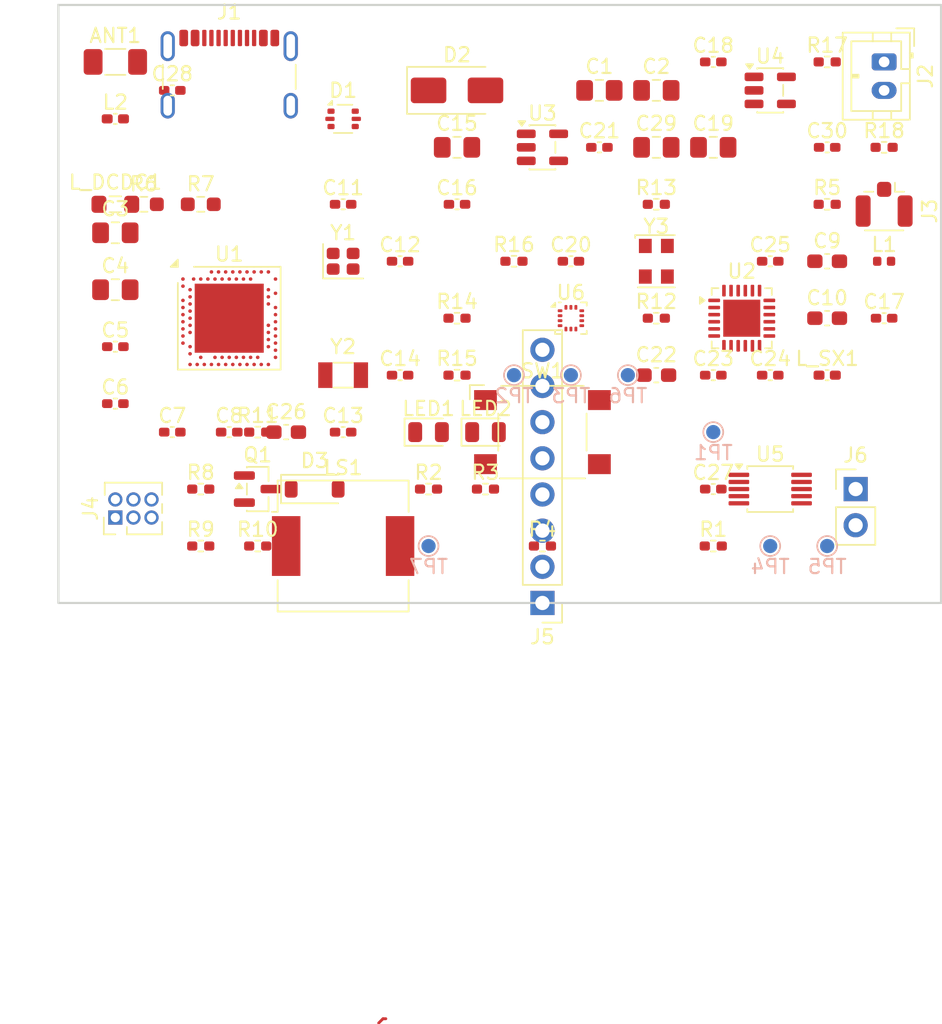
<source format=kicad_pcb>
(kicad_pcb (version 20241229) (generator "pcbnew") (generator_version "9.0")
  (layers (0 "F.Cu" signal) (2 "B.Cu" signal) (13 "F.Paste" user) (15 "B.Paste" user) (5 "F.SilkS" user "F.Silkscreen") (7 "B.SilkS" user "B.Silkscreen") (1 "F.Mask" user) (3 "B.Mask" user) (25 "Edge.Cuts" user))
  (net 0 "")
  (net 1 "+3.3V")
  (net 2 "Net-(ANT1-PCB_Trace)")
  (net 3 "Net-(U1-DCC)")
  (net 4 "Net-(U1-DCCH)")
  (net 5 "Net-(U1-DEC1)")
  (net 6 "Net-(U1-DEC2)")
  (net 7 "Net-(U1-DEC3)")
  (net 8 "Net-(U1-DEC4)")
  (net 9 "Net-(C11-Pad1)")
  (net 10 "Net-(U1-XC1)")
  (net 11 "Net-(C12-Pad1)")
  (net 12 "Net-(U1-XC2)")
  (net 13 "Net-(U1-XL1{slash}P0.00)")
  (net 14 "Net-(U1-XL2{slash}P0.01)")
  (net 15 "Net-(U3-VOUT)")
  (net 16 "Net-(U2-RFI_N)")
  (net 17 "VBUS")
  (net 18 "/VBAT")
  (net 19 "Net-(U6-Vdd)")
  (net 20 "Net-(U2-VREG)")
  (net 21 "Net-(U2-VR_PA)")
  (net 22 "Net-(U1-DEC5)")
  (net 23 "Net-(U1-DEC6)")
  (net 24 "Net-(U1-DECUSB)")
  (net 25 "Net-(U5-REG)")
  (net 26 "/VBAT_SENSE")
  (net 27 "/USB_DP")
  (net 28 "/USB_DM")
  (net 29 "Net-(D3-A)")
  (net 30 "/USB_CC1")
  (net 31 "/USB_CC2")
  (net 32 "Net-(J3-In)")
  (net 33 "/SWDCLK")
  (net 34 "/nRESET")
  (net 35 "/SWDIO")
  (net 36 "/SDA")
  (net 37 "/HAPTIC_EN")
  (net 38 "/SCL")
  (net 39 "/LRA_PLUS")
  (net 40 "/UART_TX")
  (net 41 "/LRA_MINUS")
  (net 42 "Net-(U2-RFO)")
  (net 43 "Net-(U1-ANT)")
  (net 44 "Net-(LED1-K)")
  (net 45 "Net-(LED2-K)")
  (net 46 "Net-(U2-DCC_SW)")
  (net 47 "Net-(Q1-B)")
  (net 48 "Net-(U4-PROG)")
  (net 49 "/GPIO")
  (net 50 "/STAT")
  (net 51 "Net-(SW1-A)")
  (net 52 "Net-(U2-RFI_P)")
  (net 53 "Net-(U1-SWDCLK)")
  (net 54 "Net-(U1-SWDIO)")
  (net 55 "Net-(U1-P0.17)")
  (net 56 "/LORA_DIO1_SX")
  (net 57 "Net-(U2-DIO1)")
  (net 58 "/SPI_NSS")
  (net 59 "/ACCEL1_INT1")
  (net 65 "/SPI_MOSI")
  (net 67 "/SPI_SCK")
  (net 80 "/LORA_RESET")
  (net 87 "/SPI_MISO")
  (net 89 "/LORA_BUSY")
  (net 96 "Net-(U2-DIO3)")
  (net 98 "Net-(U2-XTA)")
  (footprint "Connector_PinHeader_2.54mm:PinHeader_1x02_P2.54mm_Vertical" (layer "F.Cu") (at 56 34)
    (property "Reference" "J6")
    (property "Value" "Conn_01x02")
  )
  (footprint "Resistor_SMD:R_0402_1005Metric_Pad0.72x0.64mm_HandSolder" (layer "F.Cu") (at 30 34)
    (property "Reference" "R3")
    (property "Value" "1kΩ")
  )
  (footprint "Package_TO_SOT_SMD:SOT-666" (layer "F.Cu") (at 20 8)
    (property "Reference" "D1")
    (property "Value" "USBLC6-2P6")
  )
  (footprint "Capacitor_SMD:C_0402_1005Metric_Pad0.74x0.62mm_HandSolder" (layer "F.Cu") (at 20 14)
    (property "Reference" "C11")
    (property "Value" "18pF")
  )
  (footprint "Resistor_SMD:R_0402_1005Metric_Pad0.72x0.64mm_HandSolder" (layer "F.Cu") (at 10 34)
    (property "Reference" "R8")
    (property "Value" "10kΩ")
  )
  (footprint "Package_TO_SOT_SMD:SOT-23-5" (layer "F.Cu") (at 34 10)
    (property "Reference" "U3")
    (property "Value" "AP2112K-3.3")
  )
  (footprint "Capacitor_SMD:C_0402_1005Metric_Pad0.74x0.62mm_HandSolder" (layer "F.Cu") (at 4 28)
    (property "Reference" "C6")
    (property "Value" "100nF")
  )
  (footprint "Crystal:Crystal_SMD_2016-4Pin_2.0x1.6mm" (layer "F.Cu") (at 20 18)
    (property "Reference" "Y1")
    (property "Value" "Crystal_GND24")
  )
  (footprint "Package_TO_SOT_SMD:SOT-23-5" (layer "F.Cu") (at 50 6)
    (property "Reference" "U4")
    (property "Value" "MCP73831-2-OT")
  )
  (footprint "Capacitor_SMD:C_0402_1005Metric_Pad0.74x0.62mm_HandSolder" (layer "F.Cu") (at 20 30)
    (property "Reference" "C13")
    (property "Value" "12.5pF")
  )
  (footprint "Capacitor_SMD:C_0805_2012Metric_Pad1.18x1.45mm_HandSolder" (layer "F.Cu") (at 28 10)
    (property "Reference" "C15")
    (property "Value" "10uF")
  )
  (footprint "Resistor_SMD:R_0402_1005Metric_Pad0.72x0.64mm_HandSolder" (layer "F.Cu") (at 54 4)
    (property "Reference" "R17")
    (property "Value" "1MΩ")
  )
  (footprint "Inductor_SMD:L_0402_1005Metric" (layer "F.Cu") (at 58 18)
    (property "Reference" "L1")
    (property "Value" "4.7nH")
  )
  (footprint "Resistor_SMD:R_0402_1005Metric_Pad0.72x0.64mm_HandSolder" (layer "F.Cu") (at 10 38)
    (property "Reference" "R9")
    (property "Value" "0Ω")
  )
  (footprint "Capacitor_SMD:C_0402_1005Metric_Pad0.74x0.62mm_HandSolder" (layer "F.Cu") (at 58 22)
    (property "Reference" "C17")
    (property "Value" "2.2pF")
  )
  (footprint "Capacitor_SMD:C_0402_1005Metric_Pad0.74x0.62mm_HandSolder" (layer "F.Cu") (at 24 26)
    (property "Reference" "C14")
    (property "Value" "12.5pF")
  )
  (footprint "Capacitor_SMD:C_0402_1005Metric_Pad0.74x0.62mm_HandSolder" (layer "F.Cu") (at 24 18)
    (property "Reference" "C12")
    (property "Value" "18pF")
  )
  (footprint "Capacitor_SMD:C_0805_2012Metric_Pad1.18x1.45mm_HandSolder" (layer "F.Cu") (at 4 16)
    (property "Reference" "C3")
    (property "Value" "10uF")
  )
  (footprint "Resistor_SMD:R_0402_1005Metric_Pad0.72x0.64mm_HandSolder" (layer "F.Cu") (at 28 26)
    (property "Reference" "R15")
    (property "Value" "4.7kΩ")
  )
  (footprint "Capacitor_SMD:C_0603_1608Metric_Pad1.08x0.95mm_HandSolder" (layer "F.Cu") (at 16 30)
    (property "Reference" "C26")
    (property "Value" "4.7uF")
  )
  (footprint "Capacitor_SMD:C_0402_1005Metric_Pad0.74x0.62mm_HandSolder" (layer "F.Cu") (at 8 6)
    (property "Reference" "C28")
    (property "Value" "1.0pF")
  )
  (footprint "Capacitor_SMD:C_0402_1005Metric_Pad0.74x0.62mm_HandSolder" (layer "F.Cu") (at 28 14)
    (property "Reference" "C16")
    (property "Value" "10µF")
  )
  (footprint "Capacitor_SMD:C_0402_1005Metric_Pad0.74x0.62mm_HandSolder" (layer "F.Cu") (at 54 10)
    (property "Reference" "C30")
    (property "Value" "100nF")
  )
  (footprint "Resistor_SMD:R_0603_1608Metric_Pad0.98x0.95mm_HandSolder" (layer "F.Cu") (at 6 14)
    (property "Reference" "R6")
    (property "Value" "5.1kΩ")
  )
  (footprint "Capacitor_SMD:C_1206_3216Metric_Pad1.33x1.80mm_HandSolder" (layer "F.Cu") (at 4 4)
    (property "Reference" "ANT1")
    (property "Value" "Chip Antenna 2.4GHz")
  )
  (footprint "Capacitor_SMD:C_0805_2012Metric_Pad1.18x1.45mm_HandSolder" (layer "F.Cu") (at 46 10)
    (property "Reference" "C19")
    (property "Value" "10uF")
  )
  (footprint "Capacitor_SMD:C_0805_2012Metric_Pad1.18x1.45mm_HandSolder" (layer "F.Cu") (at 4 20)
    (property "Reference" "C4")
    (property "Value" "10uF")
  )
  (footprint "Resistor_SMD:R_0402_1005Metric_Pad0.72x0.64mm_HandSolder" (layer "F.Cu") (at 26 34)
    (property "Reference" "R2")
    (property "Value" "1kΩ")
  )
  (footprint "Capacitor_SMD:C_0402_1005Metric_Pad0.74x0.62mm_HandSolder" (layer "F.Cu") (at 12 30)
    (property "Reference" "C8")
    (property "Value" "100nF")
  )
  (footprint "Capacitor_SMD:C_0402_1005Metric_Pad0.74x0.62mm_HandSolder" (layer "F.Cu") (at 4 24)
    (property "Reference" "C5")
    (property "Value" "100nF")
  )
  (footprint "Resistor_SMD:R_0402_1005Metric_Pad0.72x0.64mm_HandSolder" (layer "F.Cu") (at 28 22)
    (property "Reference" "R14")
    (property "Value" "4.7kΩ")
  )
  (footprint "Capacitor_SMD:C_0603_1608Metric_Pad1.08x0.95mm_HandSolder" (layer "F.Cu") (at 54 18)
    (property "Reference" "C9")
    (property "Value" "4.7uF")
  )
  (footprint "Connector_PinHeader_1.27mm:PinHeader_2x03_P1.27mm_Vertical" (layer "F.Cu") (at 4 36 90)
    (property "Reference" "J4")
    (property "Value" "Conn_02x03_Odd_Even")
  )
  (footprint "Capacitor_SMD:C_0805_2012Metric_Pad1.18x1.45mm_HandSolder" (layer "F.Cu") (at 38 6)
    (property "Reference" "C1")
    (property "Value" "10uF")
  )
  (footprint "Package_TO_SOT_SMD:SOT-23" (layer "F.Cu") (at 14 34)
    (property "Reference" "Q1")
    (property "Value" "NPN")
  )
  (footprint "Inductor_SMD:L_0402_1005Metric_Pad0.77x0.64mm_HandSolder" (layer "F.Cu") (at 4 8)
    (property "Reference" "L2")
    (property "Value" "2.7nH")
  )
  (footprint "Package_DFN_QFN:Nordic_AQFN-73-1EP_7x7mm_P0.5mm" (layer "F.Cu") (at 12 22)
    (property "Reference" "U1")
    (property "Value" "nRF52840")
  )
  (footprint "Inductor_SMD:L_0805_2012Metric_Pad1.05x1.20mm_HandSolder" (layer "F.Cu") (at 4 14)
    (property "Reference" "L_DCDC1")
    (property "Value" "10µH")
  )
  (footprint "Capacitor_SMD:C_0805_2012Metric_Pad1.18x1.45mm_HandSolder" (layer "F.Cu") (at 42 10)
    (property "Reference" "C29")
    (property "Value" "10uF")
  )
  (footprint "Capacitor_SMD:C_0402_1005Metric_Pad0.74x0.62mm_HandSolder" (layer "F.Cu") (at 8 30)
    (property "Reference" "C7")
    (property "Value" "100nF")
  )
  (footprint "Package_DFN_QFN:QFN-24-1EP_4x4mm_P0.5mm_EP2.6x2.6mm" (layer "F.Cu") (at 48 22)
    (property "Reference" "U2")
    (property "Value" "SX1262IMLTRT")
  )
  (footprint "Resistor_SMD:R_0402_1005Metric_Pad0.72x0.64mm_HandSolder" (layer "F.Cu") (at 46 38)
    (property "Reference" "R1")
    (property "Value" "2kΩ")
  )
  (footprint "Package_SO:VSSOP-10_3x3mm_P0.5mm" (layer "F.Cu") (at 50 34)
    (property "Reference" "U5")
    (property "Value" "DRV2605LDGS")
  )
  (footprint "Crystal:Crystal_SMD_3215-2Pin_3.2x1.5mm" (layer "F.Cu") (at 20 26)
    (property "Reference" "Y2")
    (property "Value" "Crystal")
  )
  (footprint "Capacitor_SMD:C_0603_1608Metric_Pad1.08x0.95mm_HandSolder" (layer "F.Cu") (at 42 26)
    (property "Reference" "C22")
    (property "Value" "4.7uF")
  )
  (footprint "Resistor_SMD:R_0402_1005Metric_Pad0.72x0.64mm_HandSolder" (layer "F.Cu") (at 54 14)
    (property "Reference" "R5")
    (property "Value" "0Ω")
  )
  (footprint "Button_Switch_SMD:SW_SPST_Omron_B3FS-105xP" (layer "F.Cu") (at 34 30)
    (property "Reference" "SW1")
    (property "Value" "SW_SPST")
  )
  (footprint "LED_SMD:LED_0805_2012Metric" (layer "F.Cu") (at 26 30)
    (property "Reference" "LED1")
    (property "Value" "LED")
  )
  (footprint "Resistor_SMD:R_0402_1005Metric_Pad0.72x0.64mm_HandSolder" (layer "F.Cu") (at 58 10)
    (property "Reference" "R18")
    (property "Value" "1MΩ")
  )
  (footprint "Connector_Coaxial:U.FL_Hirose_U.FL-R-SMT-1_Vertical" (layer "F.Cu") (at 58 14 -90)
    (property "Reference" "J3")
    (property "Value" "Conn_Coaxial")
  )
  (footprint "Buzzer_Beeper:Buzzer_CUI_CPT-9019S-SMT" (layer "F.Cu") (at 20 38)
    (property "Reference" "LS1")
    (property "Value" "Buzzer")
  )
  (footprint "Resistor_SMD:R_0402_1005Metric_Pad0.72x0.64mm_HandSolder" (layer "F.Cu") (at 32 18)
    (property "Reference" "R16")
    (property "Value" "10kΩ")
  )
  (footprint "Capacitor_SMD:C_0603_1608Metric_Pad1.08x0.95mm_HandSolder" (layer "F.Cu") (at 54 22)
    (property "Reference" "C10")
    (property "Value" "4.7uF")
  )
  (footprint "Capacitor_SMD:C_0402_1005Metric_Pad0.74x0.62mm_HandSolder" (layer "F.Cu") (at 46 26)
    (property "Reference" "C23")
    (property "Value" "100nF")
  )
  (footprint "Capacitor_SMD:C_0402_1005Metric_Pad0.74x0.62mm_HandSolder" (layer "F.Cu") (at 50 18)
    (property "Reference" "C25")
    (property "Value" "100nF")
  )
  (footprint "Capacitor_SMD:C_0402_1005Metric_Pad0.74x0.62mm_HandSolder" (layer "F.Cu") (at 46 34)
    (property "Reference" "C27")
    (property "Value" "1µF")
  )
  (footprint "Oscillator:Oscillator_SMD_EuroQuartz_XO32-4Pin_3.2x2.5mm" (layer "F.Cu") (at 42 18)
    (property "Reference" "Y3")
    (property "Value" "XO32")
  )
  (footprint "Capacitor_SMD:C_0402_1005Metric_Pad0.74x0.62mm_HandSolder" (layer "F.Cu") (at 38 10)
    (property "Reference" "C21")
    (property "Value" "100nF")
  )
  (footprint "LED_SMD:LED_0805_2012Metric" (layer "F.Cu") (at 30 30)
    (property "Reference" "LED2")
    (property "Value" "LED")
  )
  (footprint "Diode_SMD:D_SMA" (layer "F.Cu") (at 28 6)
    (property "Reference" "D2")
    (property "Value" "SS14")
  )
  (footprint "Resistor_SMD:R_0402_1005Metric_Pad0.72x0.64mm_HandSolder" (layer "F.Cu") (at 14 38)
    (property "Reference" "R10")
    (property "Value" "0Ω")
  )
  (footprint "Connector_PinHeader_2.54mm:PinHeader_1x08_P2.54mm_Vertical" (layer "F.Cu") (at 34 42 180)
    (property "Reference" "J5")
    (property "Value" "Conn_01x08")
  )
  (footprint "Resistor_SMD:R_0603_1608Metric_Pad0.98x0.95mm_HandSolder" (layer "F.Cu") (at 10 14)
    (property "Reference" "R7")
    (property "Value" "5.1kΩ")
  )
  (footprint "Capacitor_SMD:C_0402_1005Metric_Pad0.74x0.62mm_HandSolder" (layer "F.Cu") (at 46 4)
    (property "Reference" "C18")
    (property "Value" "100nF")
  )
  (footprint "Inductor_SMD:L_0402_1005Metric_Pad0.77x0.64mm_HandSolder" (layer "F.Cu") (at 54 26)
    (property "Reference" "L_SX1")
    (property "Value" "15nH")
  )
  (footprint "Connector_JST:JST_PH_B2B-PH-K_1x02_P2.00mm_Vertical" (layer "F.Cu") (at 58 4 -90)
    (property "Reference" "J2")
    (property "Value" "Conn_01x02")
  )
  (footprint "Capacitor_SMD:C_0805_2012Metric_Pad1.18x1.45mm_HandSolder" (layer "F.Cu") (at 42 6)
    (property "Reference" "C2")
    (property "Value" "10uF")
  )
  (footprint "Package_LGA:LGA-14_2x2mm_P0.35mm_LayoutBorder3x4y" (layer "F.Cu") (at 36 22)
    (property "Reference" "U6")
    (property "Value" "LIS2DH")
  )
  (footprint "Connector_USB:USB_C_Receptacle_GCT_USB4105-xx-A_16P_TopMnt_Horizontal" (layer "F.Cu") (at 12 6)
    (property "Reference" "J1")
    (property "Value" "USB_C_Receptacle_USB2.0_14P")
  )
  (footprint "Capacitor_SMD:C_0402_1005Metric_Pad0.74x0.62mm_HandSolder" (layer "F.Cu") (at 36 18)
    (property "Reference" "C20")
    (property "Value" "100nF")
  )
  (footprint "Resistor_SMD:R_0402_1005Metric_Pad0.72x0.64mm_HandSolder" (layer "F.Cu") (at 34 38)
    (property "Reference" "R4")
    (property "Value" "10kΩ")
  )
  (footprint "Resistor_SMD:R_0402_1005Metric_Pad0.72x0.64mm_HandSolder" (layer "F.Cu") (at 42 22)
    (property "Reference" "R12")
    (property "Value" "1kΩ")
  )
  (footprint "Diode_SMD:D_SOD-123" (layer "F.Cu") (at 18 34)
    (property "Reference" "D3")
    (property "Value" "1N4148W")
  )
  (footprint "Resistor_SMD:R_0402_1005Metric_Pad0.72x0.64mm_HandSolder" (layer "F.Cu") (at 42 14)
    (property "Reference" "R13")
    (property "Value" "10kΩ")
  )
  (footprint "Resistor_SMD:R_0402_1005Metric_Pad0.72x0.64mm_HandSolder" (layer "F.Cu") (at 14 30)
    (property "Reference" "R11")
    (property "Value" "1kΩ")
  )
  (footprint "Capacitor_SMD:C_0402_1005Metric_Pad0.74x0.62mm_HandSolder" (layer "F.Cu") (at 50 26)
    (property "Reference" "C24")
    (property "Value" "100nF")
  )
  (footprint "TestPoint:TestPoint_Pad_D1.0mm" (layer "B.Cu") (at 32 26)
    (property "Reference" "TP2")
    (property "Value" "TestPoint")
  )
  (footprint "TestPoint:TestPoint_Pad_D1.0mm" (layer "B.Cu") (at 46 30)
    (property "Reference" "TP1")
    (property "Value" "TestPoint")
  )
  (footprint "TestPoint:TestPoint_Pad_D1.0mm" (layer "B.Cu") (at 54 38)
    (property "Reference" "TP5")
    (property "Value" "TP_LRA_MINUS")
  )
  (footprint "TestPoint:TestPoint_Pad_D1.0mm" (layer "B.Cu") (at 26 38)
    (property "Reference" "TP7")
    (property "Value" "TestPoint")
  )
  (footprint "TestPoint:TestPoint_Pad_D1.0mm" (layer "B.Cu") (at 40 26)
    (property "Reference" "TP6")
    (property "Value" "TestPoint")
  )
  (footprint "TestPoint:TestPoint_Pad_D1.0mm" (layer "B.Cu") (at 36 26)
    (property "Reference" "TP3")
    (property "Value" "TestPoint")
  )
  (footprint "TestPoint:TestPoint_Pad_D1.0mm" (layer "B.Cu") (at 50 38)
    (property "Reference" "TP4")
    (property "Value" "TP_LRA_PLUS")
  )
  (gr_rect (start 0 0) (end 62 42) (stroke (width 0.15)) (fill no) (layer "Edge.Cuts"))
  (segment (start 22.8 71.2) (end 23 71.2) (width 0.2) (layer "F.Cu") (net 39))
  (segment (start 22.8 71.2) (end 22.5 71.5) (width 0.2) (layer "F.Cu") (net 39))
)
</source>
